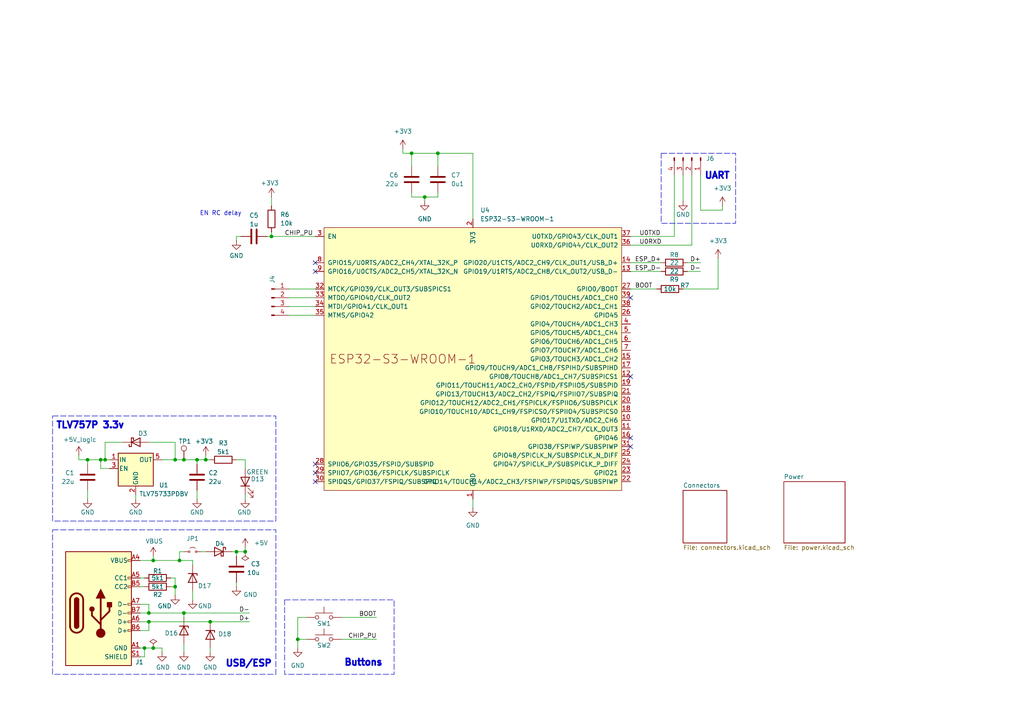
<source format=kicad_sch>
(kicad_sch (version 20250114) (generator "eeschema") (generator_version "9.0")
  (paper "A4")
  (lib_symbols
    (symbol "Connector:Conn_01x04_Pin" (pin_names (offset 1.016) (hide yes))
      (property "Reference" "J" (at 0 5.08 0))
      (property "Value" "Conn_01x04_Pin" (at 0 -7.62 0))
      (symbol "Conn_01x04_Pin_1_1"
        (rectangle (start 0.8636 2.667) (end 0 2.413) (stroke (width 0.1524)) (fill (type outline)))
        (rectangle (start 0.8636 0.127) (end 0 -0.127) (stroke (width 0.1524)) (fill (type outline)))
        (rectangle (start 0.8636 -2.413) (end 0 -2.667) (stroke (width 0.1524)) (fill (type outline)))
        (rectangle (start 0.8636 -4.953) (end 0 -5.207) (stroke (width 0.1524)) (fill (type outline)))
        (polyline (pts (xy 1.27 2.54) (xy 0.8636 2.54)) (stroke (width 0.1524)))
        (polyline (pts (xy 1.27 0) (xy 0.8636 0)) (stroke (width 0.1524)))
        (polyline (pts (xy 1.27 -2.54) (xy 0.8636 -2.54)) (stroke (width 0.1524)))
        (polyline (pts (xy 1.27 -5.08) (xy 0.8636 -5.08)) (stroke (width 0.1524)))
        (pin passive line (at 5.08 2.54 180) (length 3.81) (name "Pin_1") (number "1"))
        (pin passive line (at 5.08 0 180) (length 3.81) (name "Pin_2") (number "2"))
        (pin passive line (at 5.08 -2.54 180) (length 3.81) (name "Pin_3") (number "3"))
        (pin passive line (at 5.08 -5.08 180) (length 3.81) (name "Pin_4") (number "4"))
      )
    )
    (symbol "Connector:TestPoint" (pin_numbers (hide yes)) (pin_names (offset 0.762) (hide yes))
      (property "Reference" "TP" (at 0 6.858 0))
      (property "Value" "TestPoint" (at 0 5.08 0))
      (symbol "TestPoint_0_1"
        (circle (center 0 3.302) (radius 0.762))
      )
      (symbol "TestPoint_1_1"
        (pin passive line (at 0 0 90) (length 2.54) (name "1") (number "1"))
      )
    )
    (symbol "Connector:USB_C_Receptacle_USB2.0_14P" (pin_names (offset 1.016))
      (property "Reference" "J4" (at 13.716 -14.224 0))
      (symbol "USB_C_Receptacle_USB2.0_14P_0_0"
        (rectangle (start 10.16 15.494) (end 9.144 14.986))
        (rectangle (start 10.16 10.414) (end 9.144 9.906))
        (rectangle (start 10.16 7.874) (end 9.144 7.366))
        (rectangle (start 10.16 2.794) (end 9.144 2.286))
        (rectangle (start 10.16 0.254) (end 9.144 -0.254))
        (rectangle (start 10.16 -2.286) (end 9.144 -2.794))
        (rectangle (start 10.16 -4.826) (end 9.144 -5.334))
      )
      (symbol "USB_C_Receptacle_USB2.0_14P_0_1"
        (rectangle (start -8.89 17.78) (end 10.16 -15.24) (stroke (width 0.254)) (fill (type background)))
        (polyline (pts (xy -7.62 -3.81) (xy -7.62 3.81)) (stroke (width 0.508)))
        (rectangle (start -6.35 -3.81) (end -5.08 3.81) (stroke (width 0.254)) (fill (type outline)))
        (arc (start -6.35 3.81) (mid -5.715 4.4423) (end -5.08 3.81) (stroke (width 0.254)))
        (arc (start -6.35 3.81) (mid -5.715 4.4423) (end -5.08 3.81) (stroke (width 0.254)) (fill (type outline)))
        (arc (start -7.62 3.81) (mid -5.715 5.7067) (end -3.81 3.81) (stroke (width 0.508)))
        (arc (start -3.81 -3.81) (mid -5.715 -5.7067) (end -7.62 -3.81) (stroke (width 0.508)))
        (arc (start -5.08 -3.81) (mid -5.715 -4.4423) (end -6.35 -3.81) (stroke (width 0.254)))
        (arc (start -5.08 -3.81) (mid -5.715 -4.4423) (end -6.35 -3.81) (stroke (width 0.254)) (fill (type outline)))
        (polyline (pts (xy -3.81 3.81) (xy -3.81 -3.81)) (stroke (width 0.508)))
        (circle (center -1.27 1.143) (radius 0.635) (stroke (width 0.254)) (fill (type outline)))
        (polyline (pts (xy 0 4.318) (xy 1.27 6.858) (xy 2.54 4.318) (xy 0 4.318)) (stroke (width 0.254)) (fill (type outline)))
        (polyline (pts (xy 1.27 -2.032) (xy 3.81 0.508) (xy 3.81 1.778)) (stroke (width 0.508)))
        (polyline (pts (xy 1.27 -3.302) (xy -1.27 -0.762) (xy -1.27 0.508)) (stroke (width 0.508)))
        (polyline (pts (xy 1.27 -5.842) (xy 1.27 4.318)) (stroke (width 0.508)))
        (circle (center 1.27 -5.842) (radius 1.27) (fill (type outline)))
        (rectangle (start 3.175 1.778) (end 4.445 3.048) (stroke (width 0.254)) (fill (type outline)))
      )
      (symbol "USB_C_Receptacle_USB2.0_14P_1_1"
        (pin power_out line (at 12.7 15.24 180) (length 2.54) (name "VBUS") (number "A4"))
        (pin passive line (at 12.7 15.24 180) (length 2.54) (hide yes) (name "VBUS") (number "A9"))
        (pin passive line (at 12.7 15.24 180) (length 2.54) (hide yes) (name "VBUS") (number "B4"))
        (pin passive line (at 12.7 15.24 180) (length 2.54) (hide yes) (name "VBUS") (number "B9"))
        (pin bidirectional line (at 12.7 10.16 180) (length 2.54) (name "CC1") (number "A5"))
        (pin bidirectional line (at 12.7 7.62 180) (length 2.54) (name "CC2") (number "B5"))
        (pin bidirectional line (at 12.7 2.54 180) (length 2.54) (name "D-") (number "A7"))
        (pin bidirectional line (at 12.7 0 180) (length 2.54) (name "D-") (number "B7"))
        (pin bidirectional line (at 12.7 -2.54 180) (length 2.54) (name "D+") (number "A6"))
        (pin bidirectional line (at 12.7 -5.08 180) (length 2.54) (name "D+") (number "B6"))
        (pin passive line (at 12.7 -10.16 180) (length 2.54) (name "GND") (number "A1"))
        (pin passive line (at 12.7 -10.16 180) (length 2.54) (hide yes) (name "GND") (number "A12"))
        (pin passive line (at 12.7 -10.16 180) (length 2.54) (hide yes) (name "GND") (number "B1"))
        (pin passive line (at 12.7 -10.16 180) (length 2.54) (hide yes) (name "GND") (number "B12"))
        (pin passive line (at 12.7 -12.7 180) (length 2.54) (name "SHIELD") (number "S1"))
      )
    )
    (symbol "Device:C" (pin_numbers (hide yes)) (pin_names (offset 0.254))
      (property "Reference" "C" (at 0.635 2.54 0))
      (property "Value" "C" (at 0.635 -2.54 0))
      (symbol "C_0_1"
        (polyline (pts (xy -2.032 0.762) (xy 2.032 0.762)) (stroke (width 0.508)))
        (polyline (pts (xy -2.032 -0.762) (xy 2.032 -0.762)) (stroke (width 0.508)))
      )
      (symbol "C_1_1"
        (pin passive line (at 0 3.81 270) (length 2.794) (name "~") (number "1"))
        (pin passive line (at 0 -3.81 90) (length 2.794) (name "~") (number "2"))
      )
    )
    (symbol "Device:D_Schottky" (pin_numbers (hide yes)) (pin_names (offset 1.016) (hide yes))
      (property "Reference" "D" (at 0 2.54 0))
      (property "Value" "D_Schottky" (at 0 -2.54 0))
      (symbol "D_Schottky_0_1"
        (polyline (pts (xy -1.905 0.635) (xy -1.905 1.27) (xy -1.27 1.27) (xy -1.27 -1.27) (xy -0.635 -1.27) (xy -0.635 -0.635)) (stroke (width 0.254)))
        (polyline (pts (xy 1.27 1.27) (xy 1.27 -1.27) (xy -1.27 0) (xy 1.27 1.27)) (stroke (width 0.254)))
        (polyline (pts (xy 1.27 0) (xy -1.27 0)))
      )
      (symbol "D_Schottky_1_1"
        (pin passive line (at -3.81 0 0) (length 2.54) (name "K") (number "1"))
        (pin passive line (at 3.81 0 180) (length 2.54) (name "A") (number "2"))
      )
    )
    (symbol "Device:LED" (pin_numbers (hide yes)) (pin_names (offset 1.016) (hide yes))
      (property "Reference" "D" (at 0 2.54 0))
      (property "Value" "LED" (at 0 -2.54 0))
      (symbol "LED_0_1"
        (polyline (pts (xy -3.048 -0.762) (xy -4.572 -2.286) (xy -3.81 -2.286) (xy -4.572 -2.286) (xy -4.572 -1.524)))
        (polyline (pts (xy -1.778 -0.762) (xy -3.302 -2.286) (xy -2.54 -2.286) (xy -3.302 -2.286) (xy -3.302 -1.524)))
        (polyline (pts (xy -1.27 0) (xy 1.27 0)))
        (polyline (pts (xy -1.27 -1.27) (xy -1.27 1.27)) (stroke (width 0.254)))
        (polyline (pts (xy 1.27 -1.27) (xy 1.27 1.27) (xy -1.27 0) (xy 1.27 -1.27)) (stroke (width 0.254)))
      )
      (symbol "LED_1_1"
        (pin passive line (at -3.81 0 0) (length 2.54) (name "K") (number "1"))
        (pin passive line (at 3.81 0 180) (length 2.54) (name "A") (number "2"))
      )
    )
    (symbol "Device:R" (pin_numbers (hide yes)) (pin_names (offset 0))
      (property "Reference" "R" (at 2.032 0 90))
      (property "Value" "R" (at 0 0 90))
      (symbol "R_0_1"
        (rectangle (start -1.016 -2.54) (end 1.016 2.54) (stroke (width 0.254)))
      )
      (symbol "R_1_1"
        (pin passive line (at 0 3.81 270) (length 1.27) (name "~") (number "1"))
        (pin passive line (at 0 -3.81 90) (length 1.27) (name "~") (number "2"))
      )
    )
    (symbol "Jumper:Jumper_2_Small_Open" (pin_numbers (hide yes)) (pin_names (offset 0) (hide yes))
      (property "Reference" "JP" (at 0 2.794 0))
      (property "Value" "Jumper_2_Small_Open" (at 0 -2.286 0))
      (symbol "Jumper_2_Small_Open_0_0"
        (circle (center -1.016 0) (radius 0.254))
        (circle (center 1.016 0) (radius 0.254))
      )
      (symbol "Jumper_2_Small_Open_0_1"
        (arc (start -0.762 1.0196) (mid 0 1.2729) (end 0.762 1.0196))
      )
      (symbol "Jumper_2_Small_Open_1_1"
        (pin passive line (at -2.54 0 0) (length 1.27) (name "A") (number "1"))
        (pin passive line (at 2.54 0 180) (length 1.27) (name "B") (number "2"))
      )
    )
    (symbol "PCM_Espressif:ESP32-S3-WROOM-1" (pin_names (offset 1.016))
      (property "Reference" "U4" (at 2.1433 43.18 0))
      (property "Value" "ESP32-S3-WROOM-1" (at 2.1433 40.64 0))
      (symbol "ESP32-S3-WROOM-1_0_0"
        (text "ESP32-S3-WROOM-1" (at -20.32 0 0) (effects (font (size 2.54 2.54))))
        (pin input line (at -45.72 35.56 0) (length 2.54) (name "EN") (number "3"))
        (pin bidirectional line (at -45.72 27.94 0) (length 2.54) (name "GPIO15/U0RTS/ADC2_CH4/XTAL_32K_P") (number "8"))
        (pin bidirectional line (at -45.72 25.4 0) (length 2.54) (name "GPIO16/U0CTS/ADC2_CH5/XTAL_32K_N") (number "9"))
        (pin bidirectional line (at -45.72 20.32 0) (length 2.54) (name "MTCK/GPIO39/CLK_OUT3/SUBSPICS1") (number "32"))
        (pin bidirectional line (at -45.72 17.78 0) (length 2.54) (name "MTDO/GPIO40/CLK_OUT2") (number "33"))
        (pin bidirectional line (at -45.72 15.24 0) (length 2.54) (name "MTDI/GPIO41/CLK_OUT1") (number "34"))
        (pin bidirectional line (at -45.72 12.7 0) (length 2.54) (name "MTMS/GPIO42") (number "35"))
        (pin bidirectional line (at -45.72 -30.48 0) (length 2.54) (name "SPIIO6/GPIO35/FSPID/SUBSPID") (number "28"))
        (pin bidirectional line (at -45.72 -33.02 0) (length 2.54) (name "SPIIO7/GPIO36/FSPICLK/SUBSPICLK") (number "29"))
        (pin bidirectional line (at -45.72 -35.56 0) (length 2.54) (name "SPIDQS/GPIO37/FSPIQ/SUBSPIQ") (number "30"))
        (pin power_in line (at 0 40.64 270) (length 2.54) (name "3V3") (number "2"))
        (pin power_in line (at 0 -40.64 90) (length 2.54) (name "GND") (number "1"))
        (pin passive line (at 0 -40.64 90) (length 2.54) (hide yes) (name "GND") (number "40"))
        (pin passive line (at 0 -40.64 90) (length 2.54) (hide yes) (name "GND") (number "41"))
        (pin bidirectional line (at 45.72 35.56 180) (length 2.54) (name "U0TXD/GPIO43/CLK_OUT1") (number "37"))
        (pin bidirectional line (at 45.72 33.02 180) (length 2.54) (name "U0RXD/GPIO44/CLK_OUT2") (number "36"))
        (pin bidirectional line (at 45.72 27.94 180) (length 2.54) (name "GPIO20/U1CTS/ADC2_CH9/CLK_OUT1/USB_D+") (number "14"))
        (pin bidirectional line (at 45.72 25.4 180) (length 2.54) (name "GPIO19/U1RTS/ADC2_CH8/CLK_OUT2/USB_D-") (number "13"))
        (pin bidirectional line (at 45.72 20.32 180) (length 2.54) (name "GPIO0/BOOT") (number "27"))
        (pin bidirectional line (at 45.72 17.78 180) (length 2.54) (name "GPIO1/TOUCH1/ADC1_CH0") (number "39"))
        (pin bidirectional line (at 45.72 15.24 180) (length 2.54) (name "GPIO2/TOUCH2/ADC1_CH1") (number "38"))
        (pin bidirectional line (at 45.72 12.7 180) (length 2.54) (name "GPIO45") (number "26"))
        (pin bidirectional line (at 45.72 10.16 180) (length 2.54) (name "GPIO4/TOUCH4/ADC1_CH3") (number "4"))
        (pin bidirectional line (at 45.72 7.62 180) (length 2.54) (name "GPIO5/TOUCH5/ADC1_CH4") (number "5"))
        (pin bidirectional line (at 45.72 5.08 180) (length 2.54) (name "GPIO6/TOUCH6/ADC1_CH5") (number "6"))
        (pin bidirectional line (at 45.72 2.54 180) (length 2.54) (name "GPIO7/TOUCH7/ADC1_CH6") (number "7"))
        (pin bidirectional line (at 45.72 0 180) (length 2.54) (name "GPIO3/TOUCH3/ADC1_CH2") (number "15"))
        (pin bidirectional line (at 45.72 -2.54 180) (length 2.54) (name "GPIO9/TOUCH9/ADC1_CH8/FSPIHD/SUBSPIHD") (number "17"))
        (pin bidirectional line (at 45.72 -5.08 180) (length 2.54) (name "GPIO8/TOUCH8/ADC1_CH7/SUBSPICS1") (number "12"))
        (pin bidirectional line (at 45.72 -7.62 180) (length 2.54) (name "GPIO11/TOUCH11/ADC2_CH0/FSPID/FSPIIO5/SUBSPID") (number "19"))
        (pin bidirectional line (at 45.72 -10.16 180) (length 2.54) (name "GPIO13/TOUCH13/ADC2_CH2/FSPIQ/FSPIIO7/SUBSPIQ") (number "21"))
        (pin bidirectional line (at 45.72 -12.7 180) (length 2.54) (name "GPIO12/TOUCH12/ADC2_CH1/FSPICLK/FSPIIO6/SUBSPICLK") (number "20"))
        (pin bidirectional line (at 45.72 -15.24 180) (length 2.54) (name "GPIO10/TOUCH10/ADC1_CH9/FSPICS0/FSPIIO4/SUBSPICS0") (number "18"))
        (pin bidirectional line (at 45.72 -17.78 180) (length 2.54) (name "GPIO17/U1TXD/ADC2_CH6") (number "10"))
        (pin bidirectional line (at 45.72 -20.32 180) (length 2.54) (name "GPIO18/U1RXD/ADC2_CH7/CLK_OUT3") (number "11"))
        (pin bidirectional line (at 45.72 -22.86 180) (length 2.54) (name "GPIO46") (number "16"))
        (pin bidirectional line (at 45.72 -25.4 180) (length 2.54) (name "GPIO38/FSPIWP/SUBSPIWP") (number "31"))
        (pin bidirectional line (at 45.72 -27.94 180) (length 2.54) (name "GPIO48/SPICLK_N/SUBSPICLK_N_DIFF") (number "25"))
        (pin bidirectional line (at 45.72 -30.48 180) (length 2.54) (name "GPIO47/SPICLK_P/SUBSPICLK_P_DIFF") (number "24"))
        (pin bidirectional line (at 45.72 -33.02 180) (length 2.54) (name "GPIO21") (number "23"))
        (pin bidirectional line (at 45.72 -35.56 180) (length 2.54) (name "GPIO14/TOUCH14/ADC2_CH3/FSPIWP/FSPIDQS/SUBSPIWP") (number "22"))
      )
      (symbol "ESP32-S3-WROOM-1_0_1"
        (rectangle (start -43.18 38.1) (end 43.18 -38.1) (fill (type background)))
      )
    )
    (symbol "Pers:H5VU10U" (pin_numbers (hide yes)) (pin_names (hide yes))
      (property "Reference" "D" (at 0 2.54 0))
      (property "Value" "H5VU10U" (at 0 -2.54 0))
      (symbol "H5VU10U_0_1"
        (polyline (pts (xy -1.27 -1.27) (xy -1.27 1.27) (xy -0.762 1.27)) (stroke (width 0.254)))
        (polyline (pts (xy 1.27 0) (xy -1.27 0)))
        (polyline (pts (xy 1.27 -1.27) (xy 1.27 1.27) (xy -1.27 0) (xy 1.27 -1.27)) (stroke (width 0.254)))
      )
      (symbol "H5VU10U_1_1"
        (pin passive line (at -3.81 0 0) (length 2.54) (name "K") (number "1"))
        (pin passive line (at 3.81 0 180) (length 2.54) (name "A") (number "2"))
      )
    )
    (symbol "Regulator_Linear:TLV75733PDBV" (pin_names (offset 0.254))
      (property "Reference" "U" (at -3.81 5.715 0))
      (property "Value" "TLV75733PDBV" (at 0 5.715 0))
      (symbol "TLV75733PDBV_0_1"
        (rectangle (start -5.08 4.445) (end 5.08 -5.08) (stroke (width 0.254)) (fill (type background)))
      )
      (symbol "TLV75733PDBV_1_1"
        (pin power_in line (at -7.62 2.54 0) (length 2.54) (name "IN") (number "1"))
        (pin input line (at -7.62 0 0) (length 2.54) (name "EN") (number "3"))
        (pin power_in line (at 0 -7.62 90) (length 2.54) (name "GND") (number "2"))
        (pin no_connect line (at 5.08 0 180) (length 2.54) (hide yes) (name "NC") (number "4"))
        (pin power_out line (at 7.62 2.54 180) (length 2.54) (name "OUT") (number "5"))
      )
    )
    (symbol "Switch:SW_Push" (pin_numbers (hide yes)) (pin_names (offset 1.016) (hide yes))
      (property "Reference" "SW" (at 1.27 2.54 0))
      (property "Value" "SW_Push" (at 0 -1.524 0))
      (symbol "SW_Push_0_1"
        (circle (center -2.032 0) (radius 0.508))
        (polyline (pts (xy 0 1.27) (xy 0 3.048)))
        (circle (center 2.032 0) (radius 0.508))
        (polyline (pts (xy 2.54 1.27) (xy -2.54 1.27)))
        (pin passive line (at -5.08 0 0) (length 2.54) (name "1") (number "1"))
        (pin passive line (at 5.08 0 180) (length 2.54) (name "2") (number "2"))
      )
    )
    (symbol "power:+3V3" (power) (pin_numbers (hide yes)) (pin_names (offset 0) (hide yes))
      (property "Value" "+3V3" (at 0 3.556 0))
      (symbol "+3V3_0_1"
        (polyline (pts (xy -0.762 1.27) (xy 0 2.54)))
        (polyline (pts (xy 0 2.54) (xy 0.762 1.27)))
        (polyline (pts (xy 0 0) (xy 0 2.54)))
      )
      (symbol "+3V3_1_1"
        (pin power_in line (at 0 0 90) (length 0) (name "~") (number "1"))
      )
    )
    (symbol "power:+5V" (power) (pin_numbers (hide yes)) (pin_names (offset 0) (hide yes))
      (property "Value" "+5V" (at 0 3.556 0))
      (symbol "+5V_0_1"
        (polyline (pts (xy -0.762 1.27) (xy 0 2.54)))
        (polyline (pts (xy 0 2.54) (xy 0.762 1.27)))
        (polyline (pts (xy 0 0) (xy 0 2.54)))
      )
      (symbol "+5V_1_1"
        (pin power_in line (at 0 0 90) (length 0) (name "~") (number "1"))
      )
    )
    (symbol "power:GND" (power) (pin_numbers (hide yes)) (pin_names (offset 0) (hide yes))
      (property "Value" "GND" (at 0 -3.81 0))
      (symbol "GND_0_1"
        (polyline (pts (xy 0 0) (xy 0 -1.27) (xy 1.27 -1.27) (xy 0 -2.54) (xy -1.27 -1.27) (xy 0 -1.27)))
      )
      (symbol "GND_1_1"
        (pin power_in line (at 0 0 270) (length 0) (name "~") (number "1"))
      )
    )
    (symbol "power:PWR_FLAG" (power) (pin_numbers (hide yes)) (pin_names (offset 0) (hide yes))
      (property "Value" "PWR_FLAG" (at 0 3.81 0))
      (symbol "PWR_FLAG_0_0"
        (pin power_out line (at 0 0 90) (length 0) (name "~") (number "1"))
      )
      (symbol "PWR_FLAG_0_1"
        (polyline (pts (xy 0 0) (xy 0 1.27) (xy -1.016 1.905) (xy 0 2.54) (xy 1.016 1.905) (xy 0 1.27)))
      )
    )
    (symbol "power:VBUS" (power) (pin_numbers (hide yes)) (pin_names (offset 0) (hide yes))
      (property "Value" "VBUS" (at 0 3.556 0))
      (symbol "VBUS_0_1"
        (polyline (pts (xy -0.762 1.27) (xy 0 2.54)))
        (polyline (pts (xy 0 2.54) (xy 0.762 1.27)))
        (polyline (pts (xy 0 0) (xy 0 2.54)))
      )
      (symbol "VBUS_1_1"
        (pin power_in line (at 0 0 90) (length 0) (name "~") (number "1"))
      )
    )
  )
  (rectangle (start 191.77 44.45) (end 213.36 64.77) (stroke (width 0) (type dash)))
  (rectangle (start 82.55 173.99) (end 114.3 195.58) (stroke (width 0) (type dash)))
  (rectangle (start 15.24 120.65) (end 80.01 151.13) (stroke (width 0) (type dash)))
  (rectangle (start 15.24 153.67) (end 80.01 195.58) (stroke (width 0) (type dash)))
  (text "EN RC delay" (at 64.008 61.976 0) (effects (font (size 1.27 1.27))))
  (text "TLV757P 3.3v" (at 26.162 123.444 0) (effects (font (size 1.905 1.905) (thickness 0.508) (bold yes))))
  (text "UART" (at 208.026 51.054 0) (effects (font (size 1.905 1.905) (thickness 0.508) (bold yes))))
  (text "Buttons" (at 105.41 192.278 0) (effects (font (size 1.905 1.905) (thickness 0.508) (bold yes))))
  (text "USB/ESP" (at 72.136 192.532 0) (effects (font (size 1.905 1.905) (thickness 0.508) (bold yes))))
  (junction (at 52.07 162.56))
  (junction (at 86.36 185.42))
  (junction (at 43.18 177.8))
  (junction (at 57.15 133.35))
  (junction (at 123.19 57.15))
  (junction (at 25.4 133.35))
  (junction (at 59.69 133.35))
  (junction (at 44.45 162.56))
  (junction (at 60.96 180.34))
  (junction (at 53.34 133.35))
  (junction (at 43.18 180.34))
  (junction (at 41.91 187.96))
  (junction (at 53.34 177.8))
  (junction (at 29.21 133.35))
  (junction (at 71.12 160.02))
  (junction (at 127 44.45))
  (junction (at 119.38 44.45))
  (junction (at 50.8 133.35))
  (junction (at 78.74 68.58))
  (junction (at 50.8 170.18))
  (junction (at 68.58 160.02))
  (junction (at 44.45 187.96))
  (junction (at 30.48 133.35))
  (no_connect (at 182.88 129.54))
  (no_connect (at 182.88 86.36))
  (no_connect (at 91.44 139.7))
  (no_connect (at 91.44 76.2))
  (no_connect (at 91.44 78.74))
  (no_connect (at 182.88 127))
  (no_connect (at 182.88 109.22))
  (no_connect (at 91.44 134.62))
  (no_connect (at 91.44 137.16))
  (wire (pts (xy 43.18 175.26) (xy 43.18 177.8)))
  (wire (pts (xy 29.21 133.35) (xy 25.4 133.35)))
  (wire (pts (xy 209.55 59.69) (xy 209.55 60.96)))
  (wire (pts (xy 52.07 160.02) (xy 53.34 160.02)))
  (wire (pts (xy 86.36 185.42) (xy 86.36 179.07)))
  (wire (pts (xy 43.18 128.27) (xy 50.8 128.27)))
  (wire (pts (xy 68.58 160.02) (xy 68.58 161.29)))
  (wire (pts (xy 137.16 44.45) (xy 137.16 63.5)))
  (wire (pts (xy 182.88 78.74) (xy 191.77 78.74)))
  (wire (pts (xy 53.34 133.35) (xy 57.15 133.35)))
  (wire (pts (xy 43.18 177.8) (xy 53.34 177.8)))
  (wire (pts (xy 200.66 71.12) (xy 182.88 71.12)))
  (wire (pts (xy 50.8 172.72) (xy 50.8 170.18)))
  (wire (pts (xy 78.74 57.15) (xy 78.74 59.69)))
  (wire (pts (xy 31.75 133.35) (xy 30.48 133.35)))
  (wire (pts (xy 99.06 179.07) (xy 109.22 179.07)))
  (wire (pts (xy 39.37 143.51) (xy 39.37 144.78)))
  (wire (pts (xy 29.21 135.89) (xy 29.21 133.35)))
  (wire (pts (xy 53.34 177.8) (xy 53.34 179.07)))
  (wire (pts (xy 50.8 167.64) (xy 49.53 167.64)))
  (wire (pts (xy 199.39 78.74) (xy 203.2 78.74)))
  (wire (pts (xy 86.36 179.07) (xy 88.9 179.07)))
  (wire (pts (xy 99.06 185.42) (xy 109.22 185.42)))
  (wire (pts (xy 127 57.15) (xy 123.19 57.15)))
  (wire (pts (xy 60.96 180.34) (xy 72.39 180.34)))
  (wire (pts (xy 53.34 186.69) (xy 53.34 189.23)))
  (wire (pts (xy 198.12 50.8) (xy 198.12 58.42)))
  (wire (pts (xy 30.48 128.27) (xy 30.48 133.35)))
  (wire (pts (xy 203.2 60.96) (xy 203.2 50.8)))
  (wire (pts (xy 41.91 187.96) (xy 40.64 187.96)))
  (wire (pts (xy 44.45 161.29) (xy 44.45 162.56)))
  (wire (pts (xy 59.69 133.35) (xy 60.96 133.35)))
  (wire (pts (xy 116.84 44.45) (xy 119.38 44.45)))
  (wire (pts (xy 55.88 162.56) (xy 55.88 163.83)))
  (wire (pts (xy 200.66 50.8) (xy 200.66 71.12)))
  (wire (pts (xy 57.15 142.24) (xy 57.15 144.78)))
  (wire (pts (xy 77.47 68.58) (xy 78.74 68.58)))
  (wire (pts (xy 182.88 76.2) (xy 191.77 76.2)))
  (wire (pts (xy 123.19 57.15) (xy 119.38 57.15)))
  (wire (pts (xy 68.58 170.18) (xy 68.58 168.91)))
  (wire (pts (xy 44.45 162.56) (xy 40.64 162.56)))
  (wire (pts (xy 68.58 68.58) (xy 69.85 68.58)))
  (wire (pts (xy 41.91 170.18) (xy 40.64 170.18)))
  (wire (pts (xy 50.8 133.35) (xy 53.34 133.35)))
  (wire (pts (xy 57.15 133.35) (xy 57.15 134.62)))
  (wire (pts (xy 41.91 167.64) (xy 40.64 167.64)))
  (wire (pts (xy 59.69 133.35) (xy 59.69 132.08)))
  (wire (pts (xy 190.5 83.82) (xy 182.88 83.82)))
  (wire (pts (xy 40.64 182.88) (xy 43.18 182.88)))
  (wire (pts (xy 71.12 143.51) (xy 71.12 144.78)))
  (wire (pts (xy 127 44.45) (xy 127 48.26)))
  (wire (pts (xy 43.18 182.88) (xy 43.18 180.34)))
  (wire (pts (xy 30.48 133.35) (xy 29.21 133.35)))
  (wire (pts (xy 119.38 55.88) (xy 119.38 57.15)))
  (wire (pts (xy 91.44 86.36) (xy 83.82 86.36)))
  (wire (pts (xy 78.74 68.58) (xy 91.44 68.58)))
  (wire (pts (xy 91.44 88.9) (xy 83.82 88.9)))
  (wire (pts (xy 52.07 160.02) (xy 52.07 162.56)))
  (wire (pts (xy 195.58 50.8) (xy 195.58 68.58)))
  (wire (pts (xy 78.74 67.31) (xy 78.74 68.58)))
  (wire (pts (xy 41.91 190.5) (xy 40.64 190.5)))
  (wire (pts (xy 50.8 128.27) (xy 50.8 133.35)))
  (wire (pts (xy 57.15 133.35) (xy 59.69 133.35)))
  (wire (pts (xy 31.75 135.89) (xy 29.21 135.89)))
  (wire (pts (xy 58.42 160.02) (xy 59.69 160.02)))
  (wire (pts (xy 25.4 133.35) (xy 22.86 133.35)))
  (wire (pts (xy 40.64 175.26) (xy 43.18 175.26)))
  (wire (pts (xy 119.38 48.26) (xy 119.38 44.45)))
  (wire (pts (xy 137.16 144.78) (xy 137.16 147.32)))
  (wire (pts (xy 209.55 60.96) (xy 203.2 60.96)))
  (wire (pts (xy 68.58 133.35) (xy 71.12 133.35)))
  (wire (pts (xy 86.36 187.96) (xy 86.36 185.42)))
  (wire (pts (xy 41.91 187.96) (xy 41.91 190.5)))
  (wire (pts (xy 71.12 133.35) (xy 71.12 135.89)))
  (wire (pts (xy 50.8 170.18) (xy 49.53 170.18)))
  (wire (pts (xy 208.28 74.93) (xy 208.28 83.82)))
  (wire (pts (xy 25.4 142.24) (xy 25.4 144.78)))
  (wire (pts (xy 71.12 160.02) (xy 68.58 160.02)))
  (wire (pts (xy 198.12 83.82) (xy 208.28 83.82)))
  (wire (pts (xy 199.39 76.2) (xy 203.2 76.2)))
  (wire (pts (xy 195.58 68.58) (xy 182.88 68.58)))
  (wire (pts (xy 35.56 128.27) (xy 30.48 128.27)))
  (wire (pts (xy 46.99 187.96) (xy 46.99 189.23)))
  (wire (pts (xy 91.44 83.82) (xy 83.82 83.82)))
  (wire (pts (xy 55.88 162.56) (xy 52.07 162.56)))
  (wire (pts (xy 127 44.45) (xy 137.16 44.45)))
  (wire (pts (xy 46.99 187.96) (xy 44.45 187.96)))
  (wire (pts (xy 123.19 57.15) (xy 123.19 58.42)))
  (wire (pts (xy 68.58 69.85) (xy 68.58 68.58)))
  (wire (pts (xy 25.4 133.35) (xy 25.4 134.62)))
  (wire (pts (xy 127 55.88) (xy 127 57.15)))
  (wire (pts (xy 68.58 160.02) (xy 67.31 160.02)))
  (wire (pts (xy 119.38 44.45) (xy 127 44.45)))
  (wire (pts (xy 22.86 133.35) (xy 22.86 132.08)))
  (wire (pts (xy 91.44 91.44) (xy 83.82 91.44)))
  (wire (pts (xy 52.07 162.56) (xy 44.45 162.56)))
  (wire (pts (xy 55.88 171.45) (xy 55.88 173.99)))
  (wire (pts (xy 71.12 160.02) (xy 71.12 158.75)))
  (wire (pts (xy 116.84 44.45) (xy 116.84 43.18)))
  (wire (pts (xy 43.18 180.34) (xy 60.96 180.34)))
  (wire (pts (xy 46.99 133.35) (xy 50.8 133.35)))
  (wire (pts (xy 50.8 167.64) (xy 50.8 170.18)))
  (wire (pts (xy 43.18 177.8) (xy 40.64 177.8)))
  (wire (pts (xy 86.36 185.42) (xy 88.9 185.42)))
  (wire (pts (xy 53.34 177.8) (xy 72.39 177.8)))
  (wire (pts (xy 60.96 187.96) (xy 60.96 189.23)))
  (wire (pts (xy 44.45 187.96) (xy 41.91 187.96)))
  (wire (pts (xy 43.18 180.34) (xy 40.64 180.34)))
  (label "BOOT" (at 184.15 83.82 0))
  (label "D+" (at 72.39 180.34 180))
  (label "D+" (at 203.2 76.2 180))
  (label "CHIP_PU" (at 82.55 68.58 0))
  (label "ESP_D-" (at 191.77 78.74 180))
  (label "BOOT" (at 109.22 179.07 180))
  (label "U0TXD" (at 185.42 68.58 0))
  (label "D-" (at 203.2 78.74 180))
  (label "CHIP_PU" (at 109.22 185.42 180))
  (label "D-" (at 72.39 177.8 180))
  (label "ESP_D+" (at 191.77 76.2 180))
  (label "U0RXD" (at 185.42 71.12 0))
  (symbol (lib_id "Connector:USB_C_Receptacle_USB2.0_14P") (at 27.94 177.8 0) (unit 1)
    (property "Reference" "J1" (at 41.656 192.024 0) (effects (justify right)))
    (property "Value" "USB_C_Receptacle_USB2.0_14P" (effects (hide yes)))
    (property "Footprint" "Connector_USB:USB_C_Receptacle_HRO_TYPE-C-31-M-12" (effects (hide yes)))
    (property "Datasheet" "https://www.usb.org/sites/default/files/documents/usb_type-c.zip" (effects (hide yes)))
    (property "Description" "USB 2.0-only 14P Type-C Receptacle connector" (effects (hide yes)))
    (property "Manufacturer" "Shou HAN" (effects (hide yes)))
    (property "Manufacturer Part Number" "TYPE-C16PIN" (effects (hide yes)))
    (property "Basic" "X" (effects (hide yes)))
    (property "JLCPCB Part #" "C393939" (effects (hide yes)))
  )
  (symbol (lib_id "power:GND") (at 46.99 189.23 0) (mirror y) (unit 1)
    (property "Reference" "#PWR06" (effects (hide yes)))
    (property "Value" "GND" (at 45.212 193.548 0) (effects (justify right)))
    (property "Description" "Power symbol creates a global label with name \"GND\" , ground" (effects (hide yes)))
  )
  (symbol (lib_id "Device:R") (at 45.72 170.18 270) (mirror x) (unit 1)
    (property "Reference" "R2" (at 45.72 172.466 90))
    (property "Value" "5k1" (at 45.72 170.18 90))
    (property "Footprint" "Resistor_SMD:R_0402_1005Metric" (effects (hide yes)))
    (property "Description" "Resistor" (effects (hide yes)))
    (property "Manufacturer" "Uniroyal Elec" (effects (hide yes)))
    (property "Manufacturer Part Number" "0402WGF5101TCE" (effects (hide yes)))
    (property "Basic" "Y" (effects (hide yes)))
    (property "JLCPCB Part #" "C25905" (effects (hide yes)))
  )
  (symbol (lib_id "power:GND") (at 123.19 58.42 0) (unit 1)
    (property "Reference" "#PWR029" (effects (hide yes)))
    (property "Value" "GND" (at 123.19 63.5 0))
    (property "Description" "Power symbol creates a global label with name \"GND\" , ground" (effects (hide yes)))
  )
  (symbol (lib_id "Device:C") (at 68.58 165.1 0) (mirror y) (unit 1)
    (property "Reference" "C3" (at 75.438 163.576 0) (effects (justify left)))
    (property "Value" "10u" (at 75.438 166.116 0) (effects (justify left)))
    (property "Footprint" "Capacitor_SMD:C_0603_1608Metric" (effects (hide yes)))
    (property "Description" "Unpolarized capacitor" (effects (hide yes)))
    (property "Manufacturer" "Samsung Electro-Mechanics " (effects (hide yes)))
    (property "Manufacturer Part Number" "CL10A106KP8NNNC" (effects (hide yes)))
    (property "Basic" "Y" (effects (hide yes)))
    (property "JLCPCB Part #" "C19702" (effects (hide yes)))
  )
  (symbol (lib_id "Switch:SW_Push") (at 93.98 185.42 0) (unit 1)
    (property "Reference" "SW2" (at 93.98 187.198 0))
    (property "Value" "SW_Push" (effects (hide yes)))
    (property "Footprint" "Button_Switch_SMD:SW_SPST_TS-1088-xR020" (effects (hide yes)))
    (property "Description" "Push button switch, generic, two pins" (effects (hide yes)))
    (property "Manufacturer" "XUNPU" (effects (hide yes)))
    (property "Manufacturer Part Number" "TS-1088-AR02016" (effects (hide yes)))
    (property "Basic" "Y" (effects (hide yes)))
    (property "JLCPCB Part #" "C720477" (effects (hide yes)))
  )
  (symbol (lib_id "Device:R") (at 195.58 78.74 90) (mirror x) (unit 1)
    (property "Reference" "R9" (at 195.58 81.026 90))
    (property "Value" "22" (at 195.58 78.74 90))
    (property "Footprint" "Resistor_SMD:R_0402_1005Metric" (effects (hide yes)))
    (property "Description" "Resistor" (effects (hide yes)))
    (property "Basic" "Y" (effects (hide yes)))
    (property "JLCPCB Part #" "C25092" (effects (hide yes)))
    (property "Manufacturer" "Uniroyal Elec" (effects (hide yes)))
    (property "Manufacturer Part Number" "0402WGF220JTCE" (effects (hide yes)))
  )
  (symbol (lib_id "Pers:H5VU10U") (at 60.96 184.15 270) (unit 1)
    (property "Reference" "D18" (at 63.246 183.896 90) (effects (justify left)))
    (property "Value" "H5VU10U" (effects (hide yes)))
    (property "Footprint" "Pers:Diode_DFN1006" (effects (hide yes)))
    (property "Datasheet" "https://datasheet.lcsc.com/lcsc/2504101957_hongjiacheng-H5VU10U_C22395519.pdf" (effects (hide yes)))
    (property "Description" "-55℃~+155℃ 0.8pF 16V 200nA 55W@8/20us 5A@8/20us 5V 6V ESD IEC 61000-4-2 Unidirectional DFN1006-2L ESD and Surge Protection (TVS/ESD) ROHS" (effects (hide yes)))
    (property "Basic" "E" (effects (hide yes)))
    (property "JLCPCB Part #" "C22395519" (effects (hide yes)))
    (property "Manufacturer" "hongjiacheng" (effects (hide yes)))
    (property "Manufacturer Part Number" "H5VU10U" (effects (hide yes)))
  )
  (symbol (lib_id "power:GND") (at 68.58 170.18 0) (mirror y) (unit 1)
    (property "Reference" "#PWR011" (effects (hide yes)))
    (property "Value" "GND" (at 72.644 172.466 0))
    (property "Description" "Power symbol creates a global label with name \"GND\" , ground" (effects (hide yes)))
  )
  (symbol (lib_id "Device:D_Schottky") (at 39.37 128.27 0) (mirror x) (unit 1)
    (property "Reference" "D3" (at 41.402 125.73 0))
    (property "Value" "D_Schottky" (effects (hide yes)))
    (property "Footprint" "Diode_SMD:D_SMA" (effects (hide yes)))
    (property "Description" "Schottky diode" (effects (hide yes)))
    (property "Manufacturer" "Microdiode Semiconductor (MDD)" (effects (hide yes)))
    (property "Manufacturer Part Number" "SS54" (effects (hide yes)))
    (property "Basic" "Y" (effects (hide yes)))
    (property "JLCPCB Part #" "C22452" (effects (hide yes)))
  )
  (symbol (lib_id "power:GND") (at 53.34 189.23 0) (mirror y) (unit 1)
    (property "Reference" "#PWR08" (effects (hide yes)))
    (property "Value" "GND" (at 53.34 193.548 0))
    (property "Description" "Power symbol creates a global label with name \"GND\" , ground" (effects (hide yes)))
  )
  (symbol (lib_id "Device:R") (at 64.77 133.35 90) (unit 1)
    (property "Reference" "R3" (at 64.77 128.524 90))
    (property "Value" "5k1" (at 64.77 131.064 90))
    (property "Footprint" "Resistor_SMD:R_0402_1005Metric" (effects (hide yes)))
    (property "Description" "Resistor" (effects (hide yes)))
    (property "Basic" "Y" (effects (hide yes)))
    (property "JLCPCB Part #" "C25905" (effects (hide yes)))
    (property "Manufacturer" "Uniroyal Elec" (effects (hide yes)))
    (property "Manufacturer Part Number" "0402WGF5101TCE" (effects (hide yes)))
  )
  (symbol (lib_id "Device:C") (at 25.4 138.43 0) (mirror x) (unit 1)
    (property "Reference" "C1" (at 21.59 137.1599 0) (effects (justify right)))
    (property "Value" "22u" (at 21.59 139.6999 0) (effects (justify right)))
    (property "Footprint" "Capacitor_SMD:C_0603_1608Metric" (effects (hide yes)))
    (property "Description" "Unpolarized capacitor" (effects (hide yes)))
    (property "Basic" "Y" (effects (hide yes)))
    (property "JLCPCB Part #" "C59461" (effects (hide yes)))
    (property "Manufacturer" "Samsung Electro-Mechanics " (effects (hide yes)))
    (property "Manufacturer Part Number" "CL10A226MQ8NRNC" (effects (hide yes)))
  )
  (symbol (lib_id "Pers:H5VU10U") (at 55.88 167.64 270) (unit 1)
    (property "Reference" "D17" (at 57.404 169.926 90) (effects (justify left)))
    (property "Value" "H5VU10U" (effects (hide yes)))
    (property "Footprint" "Pers:Diode_DFN1006" (effects (hide yes)))
    (property "Datasheet" "https://datasheet.lcsc.com/lcsc/2504101957_hongjiacheng-H5VU10U_C22395519.pdf" (effects (hide yes)))
    (property "Description" "-55℃~+155℃ 0.8pF 16V 200nA 55W@8/20us 5A@8/20us 5V 6V ESD IEC 61000-4-2 Unidirectional DFN1006-2L ESD and Surge Protection (TVS/ESD) ROHS" (effects (hide yes)))
    (property "Basic" "E" (effects (hide yes)))
    (property "JLCPCB Part #" "C22395519" (effects (hide yes)))
    (property "Manufacturer" "hongjiacheng" (effects (hide yes)))
    (property "Manufacturer Part Number" "H5VU10U" (effects (hide yes)))
  )
  (symbol (lib_id "Pers:H5VU10U") (at 53.34 182.88 270) (unit 1)
    (property "Reference" "D16" (at 47.752 183.642 90) (effects (justify left)))
    (property "Value" "H5VU10U" (effects (hide yes)))
    (property "Footprint" "Pers:Diode_DFN1006" (effects (hide yes)))
    (property "Datasheet" "https://datasheet.lcsc.com/lcsc/2504101957_hongjiacheng-H5VU10U_C22395519.pdf" (effects (hide yes)))
    (property "Description" "-55℃~+155℃ 0.8pF 16V 200nA 55W@8/20us 5A@8/20us 5V 6V ESD IEC 61000-4-2 Unidirectional DFN1006-2L ESD and Surge Protection (TVS/ESD) ROHS" (effects (hide yes)))
    (property "Basic" "E" (effects (hide yes)))
    (property "JLCPCB Part #" "C22395519" (effects (hide yes)))
    (property "Manufacturer" "hongjiacheng" (effects (hide yes)))
    (property "Manufacturer Part Number" "H5VU10U" (effects (hide yes)))
  )
  (symbol (lib_id "Device:R") (at 195.58 76.2 90) (unit 1)
    (property "Reference" "R8" (at 195.58 73.914 90))
    (property "Value" "22" (at 195.58 76.2 90))
    (property "Footprint" "Resistor_SMD:R_0402_1005Metric" (effects (hide yes)))
    (property "Description" "Resistor" (effects (hide yes)))
    (property "Basic" "Y" (effects (hide yes)))
    (property "JLCPCB Part #" "C25092" (effects (hide yes)))
    (property "Manufacturer" "Uniroyal Elec" (effects (hide yes)))
    (property "Manufacturer Part Number" "0402WGF220JTCE" (effects (hide yes)))
  )
  (symbol (lib_id "power:GND") (at 71.12 144.78 0) (unit 1)
    (property "Reference" "#PWR014" (effects (hide yes)))
    (property "Value" "GND" (at 72.898 148.59 0) (effects (justify right)))
    (property "Description" "Power symbol creates a global label with name \"GND\" , ground" (effects (hide yes)))
  )
  (symbol (lib_id "Device:R") (at 45.72 167.64 270) (mirror x) (unit 1)
    (property "Reference" "R1" (at 45.72 165.608 90))
    (property "Value" "5k1" (at 45.72 167.64 90))
    (property "Footprint" "Resistor_SMD:R_0402_1005Metric" (effects (hide yes)))
    (property "Description" "Resistor" (effects (hide yes)))
    (property "Manufacturer" "Uniroyal Elec" (effects (hide yes)))
    (property "Manufacturer Part Number" "0402WGF5101TCE" (effects (hide yes)))
    (property "Basic" "Y" (effects (hide yes)))
    (property "JLCPCB Part #" "C25905" (effects (hide yes)))
  )
  (symbol (lib_id "power:GND") (at 86.36 187.96 0) (unit 1)
    (property "Reference" "#PWR023" (effects (hide yes)))
    (property "Value" "GND" (at 86.36 193.04 0))
    (property "Description" "Power symbol creates a global label with name \"GND\" , ground" (effects (hide yes)))
  )
  (symbol (lib_id "Switch:SW_Push") (at 93.98 179.07 0) (unit 1)
    (property "Reference" "SW1" (at 93.98 180.848 0))
    (property "Value" "SW_Push" (effects (hide yes)))
    (property "Footprint" "Button_Switch_SMD:SW_SPST_TS-1088-xR020" (effects (hide yes)))
    (property "Description" "Push button switch, generic, two pins" (effects (hide yes)))
    (property "Manufacturer" "XUNPU" (effects (hide yes)))
    (property "Manufacturer Part Number" "TS-1088-AR02016" (effects (hide yes)))
    (property "Basic" "Y" (effects (hide yes)))
    (property "JLCPCB Part #" "C720477" (effects (hide yes)))
  )
  (symbol (lib_id "power:GND") (at 55.88 173.99 0) (mirror y) (unit 1)
    (property "Reference" "#PWR060" (effects (hide yes)))
    (property "Value" "GND" (at 59.436 175.768 0))
    (property "Description" "Power symbol creates a global label with name \"GND\" , ground" (effects (hide yes)))
  )
  (symbol (lib_id "Device:C") (at 57.15 138.43 180) (unit 1)
    (property "Reference" "C2" (at 60.452 137.16 0) (effects (justify right)))
    (property "Value" "22u" (at 60.452 139.7 0) (effects (justify right)))
    (property "Footprint" "Capacitor_SMD:C_0603_1608Metric" (effects (hide yes)))
    (property "Description" "Unpolarized capacitor" (effects (hide yes)))
    (property "Basic" "Y" (effects (hide yes)))
    (property "JLCPCB Part #" "C59461" (effects (hide yes)))
    (property "Manufacturer" "Samsung Electro-Mechanics " (effects (hide yes)))
    (property "Manufacturer Part Number" "CL10A226MQ8NRNC" (effects (hide yes)))
  )
  (symbol (lib_id "power:GND") (at 198.12 58.42 0) (unit 1)
    (property "Reference" "#PWR031" (effects (hide yes)))
    (property "Value" "GND" (at 200.152 62.23 0) (effects (justify right)))
    (property "Description" "Power symbol creates a global label with name \"GND\" , ground" (effects (hide yes)))
  )
  (symbol (lib_id "power:+5V") (at 22.86 132.08 0) (mirror y) (unit 1)
    (property "Reference" "#PWR01" (effects (hide yes)))
    (property "Value" "+5V_logic" (at 18.288 127.508 0) (effects (justify right)))
    (property "Description" "Power symbol creates a global label with name \"+5V\"" (effects (hide yes)))
  )
  (symbol (lib_id "power:PWR_FLAG") (at 71.12 160.02 180) (unit 1)
    (property "Reference" "#FLG02" (effects (hide yes)))
    (property "Value" "PWR_FLAG" (effects (hide yes)))
    (property "Description" "Special symbol for telling ERC where power comes from" (effects (hide yes)))
  )
  (symbol (lib_id "power:GND") (at 60.96 189.23 0) (mirror y) (unit 1)
    (property "Reference" "#PWR061" (effects (hide yes)))
    (property "Value" "GND" (at 60.96 193.548 0))
    (property "Description" "Power symbol creates a global label with name \"GND\" , ground" (effects (hide yes)))
  )
  (symbol (lib_id "PCM_Espressif:ESP32-S3-WROOM-1") (at 137.16 104.14 0) (unit 1) (in_bom no)
    (property "Reference" "U4" (at 139.3033 60.96 0) (effects (justify left)))
    (property "Value" "ESP32-S3-WROOM-1" (at 139.3033 63.5 0) (effects (justify left)))
    (property "Footprint" "PCM_Espressif:ESP32-S3-WROOM-1" (effects (hide yes)))
    (property "Datasheet" "https://www.espressif.com/sites/default/files/documentation/esp32-s3-wroom-1_wroom-1u_datasheet_en.pdf" (effects (hide yes)))
    (property "Description" "2.4 GHz WiFi (802.11 b/g/n) and Bluetooth ® 5 (LE) module Built around ESP32S3 series of SoCs, Xtensa ® dualcore 32bit LX7 microprocessor Flash up to 16 MB, PSRAM up to 8 MB 36 GPIOs, rich set of peripherals Onboard PCB antenna" (effects (hide yes)))
  )
  (symbol (lib_id "Device:C") (at 127 52.07 0) (unit 1)
    (property "Reference" "C7" (at 130.81 50.7999 0) (effects (justify left)))
    (property "Value" "0u1" (at 130.81 53.3399 0) (effects (justify left)))
    (property "Footprint" "Capacitor_SMD:C_0402_1005Metric" (effects (hide yes)))
    (property "Description" "Unpolarized capacitor" (effects (hide yes)))
    (property "Basic" "Y" (effects (hide yes)))
    (property "JLCPCB Part #" "C307331" (effects (hide yes)))
    (property "Manufacturer" "Samsung Electro-Mechanics " (effects (hide yes)))
    (property "Manufacturer Part Number" "CL05B104KB54PNC" (effects (hide yes)))
  )
  (symbol (lib_id "Connector:TestPoint") (at 53.34 133.35 0) (unit 1) (in_bom no)
    (property "Reference" "TP1" (at 51.816 128.016 0) (effects (justify left)))
    (property "Value" "TestPoint" (effects (hide yes)))
    (property "Footprint" "TestPoint:TestPoint_Pad_D2.0mm" (effects (hide yes)))
    (property "Description" "test point" (effects (hide yes)))
  )
  (symbol (lib_id "power:+3V3") (at 78.74 57.15 0) (unit 1)
    (property "Reference" "#PWR027" (effects (hide yes)))
    (property "Value" "+3V3" (at 78.232 53.086 0))
    (property "Description" "Power symbol creates a global label with name \"+3V3\"" (effects (hide yes)))
  )
  (symbol (lib_id "Device:C") (at 73.66 68.58 90) (mirror x) (unit 1)
    (property "Reference" "C5" (at 73.66 62.484 90))
    (property "Value" "1u" (at 73.66 65.024 90))
    (property "Footprint" "Capacitor_SMD:C_0402_1005Metric" (effects (hide yes)))
    (property "Description" "Unpolarized capacitor" (effects (hide yes)))
    (property "Manufacturer" "Samsung Electro-Mechanics " (effects (hide yes)))
    (property "Manufacturer Part Number" "CL05A105KA5NQNC" (effects (hide yes)))
    (property "Basic" "Y" (effects (hide yes)))
    (property "JLCPCB Part #" "C52923" (effects (hide yes)))
  )
  (symbol (lib_id "Device:R") (at 194.31 83.82 90) (mirror x) (unit 1)
    (property "Reference" "R7" (at 198.628 82.804 90))
    (property "Value" "10k" (at 194.31 83.82 90))
    (property "Footprint" "Resistor_SMD:R_0402_1005Metric" (effects (hide yes)))
    (property "Description" "Resistor" (effects (hide yes)))
    (property "Manufacturer" "Uniroyal Elec" (effects (hide yes)))
    (property "Manufacturer Part Number" "0402WGF1002TCE" (effects (hide yes)))
    (property "Basic" "Y" (effects (hide yes)))
    (property "JLCPCB Part #" "C25744" (effects (hide yes)))
  )
  (symbol (lib_id "power:+3V3") (at 208.28 74.93 0) (unit 1)
    (property "Reference" "#PWR062" (effects (hide yes)))
    (property "Value" "+3V3" (at 208.28 69.85 0))
    (property "Description" "Power symbol creates a global label with name \"+3V3\"" (effects (hide yes)))
  )
  (symbol (lib_id "power:PWR_FLAG") (at 44.45 187.96 0) (unit 1)
    (property "Reference" "#FLG01" (effects (hide yes)))
    (property "Value" "PWR_FLAG" (effects (hide yes)))
    (property "Description" "Special symbol for telling ERC where power comes from" (effects (hide yes)))
  )
  (symbol (lib_id "Device:C") (at 119.38 52.07 0) (mirror y) (unit 1)
    (property "Reference" "C6" (at 115.57 50.7999 0) (effects (justify left)))
    (property "Value" "22u" (at 115.57 53.3399 0) (effects (justify left)))
    (property "Footprint" "Capacitor_SMD:C_0603_1608Metric" (effects (hide yes)))
    (property "Description" "Unpolarized capacitor" (effects (hide yes)))
    (property "Basic" "Y" (effects (hide yes)))
    (property "JLCPCB Part #" "C59461" (effects (hide yes)))
    (property "Manufacturer" "Samsung Electro-Mechanics " (effects (hide yes)))
    (property "Manufacturer Part Number" "CL10A226MQ8NRNC" (effects (hide yes)))
  )
  (symbol (lib_id "Device:R") (at 78.74 63.5 180) (unit 1)
    (property "Reference" "R6" (at 81.28 62.2299 0) (effects (justify right)))
    (property "Value" "10k" (at 81.28 64.7699 0) (effects (justify right)))
    (property "Footprint" "Resistor_SMD:R_0402_1005Metric" (effects (hide yes)))
    (property "Description" "Resistor" (effects (hide yes)))
    (property "Manufacturer" "Uniroyal Elec" (effects (hide yes)))
    (property "Manufacturer Part Number" "0402WGF1002TCE" (effects (hide yes)))
    (property "Basic" "Y" (effects (hide yes)))
    (property "JLCPCB Part #" "C25744" (effects (hide yes)))
  )
  (symbol (lib_id "Device:LED") (at 71.12 139.7 90) (unit 1)
    (property "Reference" "D13" (at 74.676 138.938 90))
    (property "Value" "GREEN" (at 74.676 136.906 90))
    (property "Footprint" "LED_SMD:LED_0805_2012Metric" (effects (hide yes)))
    (property "Description" "Light emitting diode" (effects (hide yes)))
    (property "Sim.Pins" "1=K 2=A" (effects (hide yes)))
    (property "Manufacturer" "Hubei KENTO Elec " (effects (hide yes)))
    (property "Manufacturer Part Number" "KT-0805G" (effects (hide yes)))
    (property "Basic" "Y" (effects (hide yes)))
    (property "JLCPCB Part #" "C2297" (effects (hide yes)))
  )
  (symbol (lib_id "power:GND") (at 68.58 69.85 0) (unit 1)
    (property "Reference" "#PWR025" (effects (hide yes)))
    (property "Value" "GND" (at 68.58 74.168 0))
    (property "Description" "Power symbol creates a global label with name \"GND\" , ground" (effects (hide yes)))
  )
  (symbol (lib_id "power:+3V3") (at 209.55 59.69 0) (unit 1)
    (property "Reference" "#PWR034" (effects (hide yes)))
    (property "Value" "+3V3" (at 209.55 54.61 0))
    (property "Description" "Power symbol creates a global label with name \"+3V3\"" (effects (hide yes)))
  )
  (symbol (lib_id "power:+3V3") (at 59.69 132.08 0) (unit 1)
    (property "Reference" "#PWR010" (effects (hide yes)))
    (property "Value" "+3V3" (at 59.182 128.016 0))
    (property "Description" "Power symbol creates a global label with name \"+3V3\"" (effects (hide yes)))
  )
  (symbol (lib_id "power:VBUS") (at 44.45 161.29 0) (mirror y) (unit 1)
    (property "Reference" "#PWR05" (effects (hide yes)))
    (property "Value" "VBUS" (at 42.164 156.972 0) (effects (justify right)))
    (property "Description" "Power symbol creates a global label with name \"VBUS\"" (effects (hide yes)))
  )
  (symbol (lib_id "power:GND") (at 137.16 147.32 0) (unit 1)
    (property "Reference" "#PWR030" (effects (hide yes)))
    (property "Value" "GND" (at 137.16 152.4 0))
    (property "Description" "Power symbol creates a global label with name \"GND\" , ground" (effects (hide yes)))
  )
  (symbol (lib_id "Connector:Conn_01x04_Pin") (at 200.66 45.72 270) (unit 1) (in_bom no)
    (property "Reference" "J6" (at 205.994 45.974 90))
    (property "Value" "Conn_01x04_Pin" (effects (hide yes)))
    (property "Footprint" "Connector_PinHeader_2.54mm:PinHeader_1x04_P2.54mm_Vertical" (effects (hide yes)))
    (property "Description" "Generic connector, single row, 01x04, script generated" (effects (hide yes)))
  )
  (symbol (lib_id "Jumper:Jumper_2_Small_Open") (at 55.88 160.02 0) (unit 1)
    (property "Reference" "JP1" (at 55.88 156.21 0))
    (property "Value" "Jumper_2_Small_Open" (effects (hide yes)))
    (property "Footprint" "Connector_PinHeader_2.54mm:PinHeader_2x01_P2.54mm_Vertical" (effects (hide yes)))
    (property "Description" "Jumper, 2-pole, small symbol, open" (effects (hide yes)))
  )
  (symbol (lib_id "power:GND") (at 50.8 172.72 0) (mirror y) (unit 1)
    (property "Reference" "#PWR07" (effects (hide yes)))
    (property "Value" "GND" (at 47.752 175.768 0))
    (property "Description" "Power symbol creates a global label with name \"GND\" , ground" (effects (hide yes)))
  )
  (symbol (lib_id "Regulator_Linear:TLV75733PDBV") (at 39.37 135.89 0) (unit 1)
    (property "Reference" "U1" (at 47.498 140.716 0))
    (property "Value" "TLV75733PDBV" (at 47.498 143.256 0))
    (property "Footprint" "Package_TO_SOT_SMD:SOT-23-5" (effects (hide yes)))
    (property "Datasheet" "https://www.ti.com/lit/ds/symlink/tlv757p.pdf" (effects (hide yes)))
    (property "Description" "1A Low IQ Small Size Low Dropout Voltage Regulator, Fixed Output 3.3V, SOT-23-5" (effects (hide yes)))
    (property "Basic" "X" (effects (hide yes)))
    (property "JLCPCB Part #" "C485517" (effects (hide yes)))
    (property "Manufacturer" "Texas Instruments" (effects (hide yes)))
    (property "Manufacturer Part Number" "TLV75733PDBVR" (effects (hide yes)))
  )
  (symbol (lib_id "Device:D_Schottky") (at 63.5 160.02 0) (mirror y) (unit 1)
    (property "Reference" "D4" (at 63.754 157.734 0))
    (property "Value" "D_Schottky" (effects (hide yes)))
    (property "Footprint" "Diode_SMD:D_SMA" (effects (hide yes)))
    (property "Description" "Schottky diode" (effects (hide yes)))
    (property "Manufacturer" "Microdiode Semiconductor (MDD)" (effects (hide yes)))
    (property "Manufacturer Part Number" "SS54" (effects (hide yes)))
    (property "Basic" "Y" (effects (hide yes)))
    (property "JLCPCB Part #" "C22452" (effects (hide yes)))
  )
  (symbol (lib_id "Connector:Conn_01x04_Pin") (at 78.74 86.36 0) (unit 1) (in_bom no)
    (property "Reference" "J4" (at 78.994 81.026 90))
    (property "Value" "Conn_01x04_Pin" (effects (hide yes)))
    (property "Footprint" "Connector_PinHeader_2.54mm:PinHeader_1x04_P2.54mm_Vertical" (effects (hide yes)))
    (property "Description" "Generic connector, single row, 01x04, script generated" (effects (hide yes)))
  )
  (symbol (lib_id "power:GND") (at 57.15 144.78 0) (mirror y) (unit 1)
    (property "Reference" "#PWR09" (effects (hide yes)))
    (property "Value" "GND" (at 57.15 148.59 0))
    (property "Description" "Power symbol creates a global label with name \"GND\" , ground" (effects (hide yes)))
  )
  (symbol (lib_id "power:GND") (at 25.4 144.78 0) (unit 1)
    (property "Reference" "#PWR03" (effects (hide yes)))
    (property "Value" "GND" (at 25.4 148.59 0))
    (property "Description" "Power symbol creates a global label with name \"GND\" , ground" (effects (hide yes)))
  )
  (symbol (lib_id "power:GND") (at 39.37 144.78 0) (unit 1)
    (property "Reference" "#PWR04" (effects (hide yes)))
    (property "Value" "GND" (at 39.37 148.59 0))
    (property "Description" "Power symbol creates a global label with name \"GND\" , ground" (effects (hide yes)))
  )
  (symbol (lib_id "power:+3V3") (at 116.84 43.18 0) (unit 1)
    (property "Reference" "#PWR028" (effects (hide yes)))
    (property "Value" "+3V3" (at 116.84 38.1 0))
    (property "Description" "Power symbol creates a global label with name \"+3V3\"" (effects (hide yes)))
  )
  (symbol (lib_id "power:+5V") (at 71.12 158.75 0) (mirror y) (unit 1)
    (property "Reference" "#PWR012" (effects (hide yes)))
    (property "Value" "+5V" (at 73.66 157.4799 0) (effects (justify right)))
    (property "Description" "Power symbol creates a global label with name \"+5V\"" (effects (hide yes)))
  )
  (sheet (at 198.12 142.24) (size 12.7 15.24) (stroke (width 0.1524))
    (property "Sheetname" "Connectors" (at 198.12 141.5284 0) (effects (justify left bottom)))
    (property "Sheetfile" "connectors.kicad_sch" (at 198.12 158.0646 0) (effects (justify left top)))
  )
  (sheet (at 227.33 139.7) (size 17.78 17.78) (stroke (width 0.1524))
    (property "Sheetname" "Power" (at 227.33 138.9884 0) (effects (justify left bottom)))
    (property "Sheetfile" "power.kicad_sch" (at 227.33 158.0646 0) (effects (justify left top)))
  )
)
</source>
